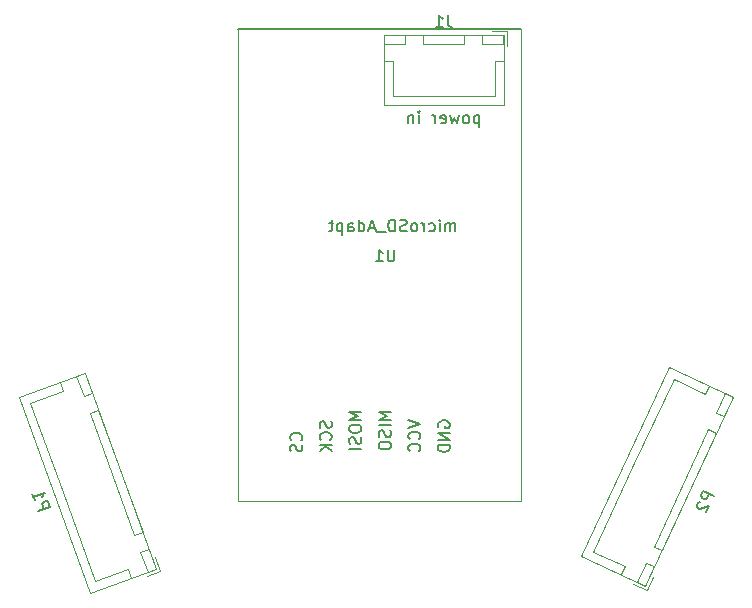
<source format=gbr>
G04 #@! TF.GenerationSoftware,KiCad,Pcbnew,(5.1.2)-2*
G04 #@! TF.CreationDate,2019-10-20T14:34:09-03:00*
G04 #@! TF.ProjectId,placa_sensores,706c6163-615f-4736-956e-736f7265732e,rev?*
G04 #@! TF.SameCoordinates,Original*
G04 #@! TF.FileFunction,Legend,Bot*
G04 #@! TF.FilePolarity,Positive*
%FSLAX46Y46*%
G04 Gerber Fmt 4.6, Leading zero omitted, Abs format (unit mm)*
G04 Created by KiCad (PCBNEW (5.1.2)-2) date 2019-10-20 14:34:09*
%MOMM*%
%LPD*%
G04 APERTURE LIST*
%ADD10C,0.120000*%
%ADD11C,0.150000*%
%ADD12C,2.102000*%
%ADD13C,3.102000*%
%ADD14C,1.802000*%
%ADD15C,1.802000*%
%ADD16C,0.100000*%
%ADD17O,2.052000X1.802000*%
%ADD18O,1.802000X2.052000*%
%ADD19O,1.702000X1.702000*%
%ADD20C,1.702000*%
G04 APERTURE END LIST*
D10*
X77000000Y-65050000D02*
X77000000Y-25050000D01*
X53000000Y-25050000D02*
X53000000Y-65050000D01*
X53000000Y-65050000D02*
X77000000Y-65050000D01*
D11*
X77000000Y-25050000D02*
X53000000Y-25050000D01*
D10*
X87637884Y-72595177D02*
X86505000Y-72066905D01*
X88166157Y-71462293D02*
X87637884Y-72595177D01*
X89901095Y-54727598D02*
X86499018Y-62023376D01*
X92574703Y-55974322D02*
X89901095Y-54727598D01*
X92891666Y-55294591D02*
X92574703Y-55974322D01*
X83096941Y-69319154D02*
X86499018Y-62023376D01*
X85770549Y-70565878D02*
X83096941Y-69319154D01*
X85453585Y-71245609D02*
X85770549Y-70565878D01*
X94930859Y-56245483D02*
X94170146Y-57876837D01*
X94251128Y-55928519D02*
X94930859Y-56245483D01*
X93490415Y-57559873D02*
X94251128Y-55928519D01*
X94170146Y-57876837D02*
X93490415Y-57559873D01*
X88253490Y-70565146D02*
X87492778Y-72196500D01*
X87573760Y-70248182D02*
X88253490Y-70565146D01*
X86813047Y-71879536D02*
X87573760Y-70248182D01*
X87492778Y-72196500D02*
X86813047Y-71879536D01*
X93536219Y-59236298D02*
X88887418Y-69205684D01*
X92856488Y-58919335D02*
X93536219Y-59236298D01*
X88207687Y-68888720D02*
X92856488Y-58919335D01*
X88887418Y-69205684D02*
X88207687Y-68888720D01*
X94944148Y-56240646D02*
X87497614Y-72209789D01*
X89533491Y-53717615D02*
X94944148Y-56240646D01*
X82086957Y-69686758D02*
X89533491Y-53717615D01*
X87497614Y-72209789D02*
X82086957Y-69686758D01*
X46458912Y-70937569D02*
X45284296Y-71365094D01*
X46031387Y-69762953D02*
X46458912Y-70937569D01*
X35424957Y-56702951D02*
X38178219Y-64267477D01*
X38197050Y-55693991D02*
X35424957Y-56702951D01*
X37940535Y-54989222D02*
X38197050Y-55693991D01*
X40931482Y-71832002D02*
X38178219Y-64267477D01*
X43703575Y-70823043D02*
X40931482Y-71832002D01*
X43960090Y-71527812D02*
X43703575Y-70823043D01*
X40054844Y-54219677D02*
X40670480Y-55911123D01*
X39350074Y-54476192D02*
X40054844Y-54219677D01*
X39965711Y-56167639D02*
X39350074Y-54476192D01*
X40670480Y-55911123D02*
X39965711Y-56167639D01*
X45458762Y-69066820D02*
X46074398Y-70758267D01*
X44753993Y-69323335D02*
X45458762Y-69066820D01*
X45369629Y-71014782D02*
X44753993Y-69323335D01*
X46074398Y-70758267D02*
X45369629Y-71014782D01*
X41183510Y-57320662D02*
X44945732Y-67657281D01*
X40478741Y-57577177D02*
X41183510Y-57320662D01*
X44240962Y-67913796D02*
X40478741Y-57577177D01*
X44945732Y-67657281D02*
X44240962Y-67913796D01*
X40060820Y-54206860D02*
X46087215Y-70764244D01*
X34450856Y-56248720D02*
X40060820Y-54206860D01*
X40477250Y-72806104D02*
X34450856Y-56248720D01*
X46087215Y-70764244D02*
X40477250Y-72806104D01*
X75800000Y-25250000D02*
X75800000Y-26500000D01*
X74550000Y-25250000D02*
X75800000Y-25250000D01*
X66150000Y-30750000D02*
X70450000Y-30750000D01*
X66150000Y-27800000D02*
X66150000Y-30750000D01*
X65400000Y-27800000D02*
X66150000Y-27800000D01*
X74750000Y-30750000D02*
X70450000Y-30750000D01*
X74750000Y-27800000D02*
X74750000Y-30750000D01*
X75500000Y-27800000D02*
X74750000Y-27800000D01*
X65400000Y-25550000D02*
X67200000Y-25550000D01*
X65400000Y-26300000D02*
X65400000Y-25550000D01*
X67200000Y-26300000D02*
X65400000Y-26300000D01*
X67200000Y-25550000D02*
X67200000Y-26300000D01*
X73700000Y-25550000D02*
X75500000Y-25550000D01*
X73700000Y-26300000D02*
X73700000Y-25550000D01*
X75500000Y-26300000D02*
X73700000Y-26300000D01*
X75500000Y-25550000D02*
X75500000Y-26300000D01*
X68700000Y-25550000D02*
X72200000Y-25550000D01*
X68700000Y-26300000D02*
X68700000Y-25550000D01*
X72200000Y-26300000D02*
X68700000Y-26300000D01*
X72200000Y-25550000D02*
X72200000Y-26300000D01*
X65390000Y-25540000D02*
X75510000Y-25540000D01*
X65390000Y-31510000D02*
X65390000Y-25540000D01*
X75510000Y-31510000D02*
X65390000Y-31510000D01*
X75510000Y-25540000D02*
X75510000Y-31510000D01*
D11*
X66261904Y-43752380D02*
X66261904Y-44561904D01*
X66214285Y-44657142D01*
X66166666Y-44704761D01*
X66071428Y-44752380D01*
X65880952Y-44752380D01*
X65785714Y-44704761D01*
X65738095Y-44657142D01*
X65690476Y-44561904D01*
X65690476Y-43752380D01*
X64690476Y-44752380D02*
X65261904Y-44752380D01*
X64976190Y-44752380D02*
X64976190Y-43752380D01*
X65071428Y-43895238D01*
X65166666Y-43990476D01*
X65261904Y-44038095D01*
X71435714Y-42202380D02*
X71435714Y-41535714D01*
X71435714Y-41630952D02*
X71388095Y-41583333D01*
X71292857Y-41535714D01*
X71150000Y-41535714D01*
X71054761Y-41583333D01*
X71007142Y-41678571D01*
X71007142Y-42202380D01*
X71007142Y-41678571D02*
X70959523Y-41583333D01*
X70864285Y-41535714D01*
X70721428Y-41535714D01*
X70626190Y-41583333D01*
X70578571Y-41678571D01*
X70578571Y-42202380D01*
X70102380Y-42202380D02*
X70102380Y-41535714D01*
X70102380Y-41202380D02*
X70150000Y-41250000D01*
X70102380Y-41297619D01*
X70054761Y-41250000D01*
X70102380Y-41202380D01*
X70102380Y-41297619D01*
X69197619Y-42154761D02*
X69292857Y-42202380D01*
X69483333Y-42202380D01*
X69578571Y-42154761D01*
X69626190Y-42107142D01*
X69673809Y-42011904D01*
X69673809Y-41726190D01*
X69626190Y-41630952D01*
X69578571Y-41583333D01*
X69483333Y-41535714D01*
X69292857Y-41535714D01*
X69197619Y-41583333D01*
X68769047Y-42202380D02*
X68769047Y-41535714D01*
X68769047Y-41726190D02*
X68721428Y-41630952D01*
X68673809Y-41583333D01*
X68578571Y-41535714D01*
X68483333Y-41535714D01*
X68007142Y-42202380D02*
X68102380Y-42154761D01*
X68150000Y-42107142D01*
X68197619Y-42011904D01*
X68197619Y-41726190D01*
X68150000Y-41630952D01*
X68102380Y-41583333D01*
X68007142Y-41535714D01*
X67864285Y-41535714D01*
X67769047Y-41583333D01*
X67721428Y-41630952D01*
X67673809Y-41726190D01*
X67673809Y-42011904D01*
X67721428Y-42107142D01*
X67769047Y-42154761D01*
X67864285Y-42202380D01*
X68007142Y-42202380D01*
X67292857Y-42154761D02*
X67150000Y-42202380D01*
X66911904Y-42202380D01*
X66816666Y-42154761D01*
X66769047Y-42107142D01*
X66721428Y-42011904D01*
X66721428Y-41916666D01*
X66769047Y-41821428D01*
X66816666Y-41773809D01*
X66911904Y-41726190D01*
X67102380Y-41678571D01*
X67197619Y-41630952D01*
X67245238Y-41583333D01*
X67292857Y-41488095D01*
X67292857Y-41392857D01*
X67245238Y-41297619D01*
X67197619Y-41250000D01*
X67102380Y-41202380D01*
X66864285Y-41202380D01*
X66721428Y-41250000D01*
X66292857Y-42202380D02*
X66292857Y-41202380D01*
X66054761Y-41202380D01*
X65911904Y-41250000D01*
X65816666Y-41345238D01*
X65769047Y-41440476D01*
X65721428Y-41630952D01*
X65721428Y-41773809D01*
X65769047Y-41964285D01*
X65816666Y-42059523D01*
X65911904Y-42154761D01*
X66054761Y-42202380D01*
X66292857Y-42202380D01*
X65530952Y-42297619D02*
X64769047Y-42297619D01*
X64578571Y-41916666D02*
X64102380Y-41916666D01*
X64673809Y-42202380D02*
X64340476Y-41202380D01*
X64007142Y-42202380D01*
X63245238Y-42202380D02*
X63245238Y-41202380D01*
X63245238Y-42154761D02*
X63340476Y-42202380D01*
X63530952Y-42202380D01*
X63626190Y-42154761D01*
X63673809Y-42107142D01*
X63721428Y-42011904D01*
X63721428Y-41726190D01*
X63673809Y-41630952D01*
X63626190Y-41583333D01*
X63530952Y-41535714D01*
X63340476Y-41535714D01*
X63245238Y-41583333D01*
X62340476Y-42202380D02*
X62340476Y-41678571D01*
X62388095Y-41583333D01*
X62483333Y-41535714D01*
X62673809Y-41535714D01*
X62769047Y-41583333D01*
X62340476Y-42154761D02*
X62435714Y-42202380D01*
X62673809Y-42202380D01*
X62769047Y-42154761D01*
X62816666Y-42059523D01*
X62816666Y-41964285D01*
X62769047Y-41869047D01*
X62673809Y-41821428D01*
X62435714Y-41821428D01*
X62340476Y-41773809D01*
X61864285Y-41535714D02*
X61864285Y-42535714D01*
X61864285Y-41583333D02*
X61769047Y-41535714D01*
X61578571Y-41535714D01*
X61483333Y-41583333D01*
X61435714Y-41630952D01*
X61388095Y-41726190D01*
X61388095Y-42011904D01*
X61435714Y-42107142D01*
X61483333Y-42154761D01*
X61578571Y-42202380D01*
X61769047Y-42202380D01*
X61864285Y-42154761D01*
X61102380Y-41535714D02*
X60721428Y-41535714D01*
X60959523Y-41202380D02*
X60959523Y-42059523D01*
X60911904Y-42154761D01*
X60816666Y-42202380D01*
X60721428Y-42202380D01*
X70000000Y-58788095D02*
X69952380Y-58692857D01*
X69952380Y-58550000D01*
X70000000Y-58407142D01*
X70095238Y-58311904D01*
X70190476Y-58264285D01*
X70380952Y-58216666D01*
X70523809Y-58216666D01*
X70714285Y-58264285D01*
X70809523Y-58311904D01*
X70904761Y-58407142D01*
X70952380Y-58550000D01*
X70952380Y-58645238D01*
X70904761Y-58788095D01*
X70857142Y-58835714D01*
X70523809Y-58835714D01*
X70523809Y-58645238D01*
X70952380Y-59264285D02*
X69952380Y-59264285D01*
X70952380Y-59835714D01*
X69952380Y-59835714D01*
X70952380Y-60311904D02*
X69952380Y-60311904D01*
X69952380Y-60550000D01*
X70000000Y-60692857D01*
X70095238Y-60788095D01*
X70190476Y-60835714D01*
X70380952Y-60883333D01*
X70523809Y-60883333D01*
X70714285Y-60835714D01*
X70809523Y-60788095D01*
X70904761Y-60692857D01*
X70952380Y-60550000D01*
X70952380Y-60311904D01*
X67452380Y-58216666D02*
X68452380Y-58550000D01*
X67452380Y-58883333D01*
X68357142Y-59788095D02*
X68404761Y-59740476D01*
X68452380Y-59597619D01*
X68452380Y-59502380D01*
X68404761Y-59359523D01*
X68309523Y-59264285D01*
X68214285Y-59216666D01*
X68023809Y-59169047D01*
X67880952Y-59169047D01*
X67690476Y-59216666D01*
X67595238Y-59264285D01*
X67500000Y-59359523D01*
X67452380Y-59502380D01*
X67452380Y-59597619D01*
X67500000Y-59740476D01*
X67547619Y-59788095D01*
X68357142Y-60788095D02*
X68404761Y-60740476D01*
X68452380Y-60597619D01*
X68452380Y-60502380D01*
X68404761Y-60359523D01*
X68309523Y-60264285D01*
X68214285Y-60216666D01*
X68023809Y-60169047D01*
X67880952Y-60169047D01*
X67690476Y-60216666D01*
X67595238Y-60264285D01*
X67500000Y-60359523D01*
X67452380Y-60502380D01*
X67452380Y-60597619D01*
X67500000Y-60740476D01*
X67547619Y-60788095D01*
X65952380Y-57478571D02*
X64952380Y-57478571D01*
X65666666Y-57811904D01*
X64952380Y-58145238D01*
X65952380Y-58145238D01*
X65952380Y-58621428D02*
X64952380Y-58621428D01*
X65904761Y-59050000D02*
X65952380Y-59192857D01*
X65952380Y-59430952D01*
X65904761Y-59526190D01*
X65857142Y-59573809D01*
X65761904Y-59621428D01*
X65666666Y-59621428D01*
X65571428Y-59573809D01*
X65523809Y-59526190D01*
X65476190Y-59430952D01*
X65428571Y-59240476D01*
X65380952Y-59145238D01*
X65333333Y-59097619D01*
X65238095Y-59050000D01*
X65142857Y-59050000D01*
X65047619Y-59097619D01*
X65000000Y-59145238D01*
X64952380Y-59240476D01*
X64952380Y-59478571D01*
X65000000Y-59621428D01*
X64952380Y-60240476D02*
X64952380Y-60430952D01*
X65000000Y-60526190D01*
X65095238Y-60621428D01*
X65285714Y-60669047D01*
X65619047Y-60669047D01*
X65809523Y-60621428D01*
X65904761Y-60526190D01*
X65952380Y-60430952D01*
X65952380Y-60240476D01*
X65904761Y-60145238D01*
X65809523Y-60050000D01*
X65619047Y-60002380D01*
X65285714Y-60002380D01*
X65095238Y-60050000D01*
X65000000Y-60145238D01*
X64952380Y-60240476D01*
X63452380Y-57478571D02*
X62452380Y-57478571D01*
X63166666Y-57811904D01*
X62452380Y-58145238D01*
X63452380Y-58145238D01*
X62452380Y-58811904D02*
X62452380Y-59002380D01*
X62500000Y-59097619D01*
X62595238Y-59192857D01*
X62785714Y-59240476D01*
X63119047Y-59240476D01*
X63309523Y-59192857D01*
X63404761Y-59097619D01*
X63452380Y-59002380D01*
X63452380Y-58811904D01*
X63404761Y-58716666D01*
X63309523Y-58621428D01*
X63119047Y-58573809D01*
X62785714Y-58573809D01*
X62595238Y-58621428D01*
X62500000Y-58716666D01*
X62452380Y-58811904D01*
X63404761Y-59621428D02*
X63452380Y-59764285D01*
X63452380Y-60002380D01*
X63404761Y-60097619D01*
X63357142Y-60145238D01*
X63261904Y-60192857D01*
X63166666Y-60192857D01*
X63071428Y-60145238D01*
X63023809Y-60097619D01*
X62976190Y-60002380D01*
X62928571Y-59811904D01*
X62880952Y-59716666D01*
X62833333Y-59669047D01*
X62738095Y-59621428D01*
X62642857Y-59621428D01*
X62547619Y-59669047D01*
X62500000Y-59716666D01*
X62452380Y-59811904D01*
X62452380Y-60050000D01*
X62500000Y-60192857D01*
X63452380Y-60621428D02*
X62452380Y-60621428D01*
X60904761Y-58264285D02*
X60952380Y-58407142D01*
X60952380Y-58645238D01*
X60904761Y-58740476D01*
X60857142Y-58788095D01*
X60761904Y-58835714D01*
X60666666Y-58835714D01*
X60571428Y-58788095D01*
X60523809Y-58740476D01*
X60476190Y-58645238D01*
X60428571Y-58454761D01*
X60380952Y-58359523D01*
X60333333Y-58311904D01*
X60238095Y-58264285D01*
X60142857Y-58264285D01*
X60047619Y-58311904D01*
X60000000Y-58359523D01*
X59952380Y-58454761D01*
X59952380Y-58692857D01*
X60000000Y-58835714D01*
X60857142Y-59835714D02*
X60904761Y-59788095D01*
X60952380Y-59645238D01*
X60952380Y-59550000D01*
X60904761Y-59407142D01*
X60809523Y-59311904D01*
X60714285Y-59264285D01*
X60523809Y-59216666D01*
X60380952Y-59216666D01*
X60190476Y-59264285D01*
X60095238Y-59311904D01*
X60000000Y-59407142D01*
X59952380Y-59550000D01*
X59952380Y-59645238D01*
X60000000Y-59788095D01*
X60047619Y-59835714D01*
X60952380Y-60264285D02*
X59952380Y-60264285D01*
X60952380Y-60835714D02*
X60380952Y-60407142D01*
X59952380Y-60835714D02*
X60523809Y-60264285D01*
X58357142Y-59883333D02*
X58404761Y-59835714D01*
X58452380Y-59692857D01*
X58452380Y-59597619D01*
X58404761Y-59454761D01*
X58309523Y-59359523D01*
X58214285Y-59311904D01*
X58023809Y-59264285D01*
X57880952Y-59264285D01*
X57690476Y-59311904D01*
X57595238Y-59359523D01*
X57500000Y-59454761D01*
X57452380Y-59597619D01*
X57452380Y-59692857D01*
X57500000Y-59835714D01*
X57547619Y-59883333D01*
X58404761Y-60264285D02*
X58452380Y-60407142D01*
X58452380Y-60645238D01*
X58404761Y-60740476D01*
X58357142Y-60788095D01*
X58261904Y-60835714D01*
X58166666Y-60835714D01*
X58071428Y-60788095D01*
X58023809Y-60740476D01*
X57976190Y-60645238D01*
X57928571Y-60454761D01*
X57880952Y-60359523D01*
X57833333Y-60311904D01*
X57738095Y-60264285D01*
X57642857Y-60264285D01*
X57547619Y-60311904D01*
X57500000Y-60359523D01*
X57452380Y-60454761D01*
X57452380Y-60692857D01*
X57500000Y-60835714D01*
X93321928Y-64622242D02*
X92415621Y-64199624D01*
X92254623Y-64544884D01*
X92257531Y-64651324D01*
X92280564Y-64714606D01*
X92346755Y-64798013D01*
X92476227Y-64858387D01*
X92582667Y-64855479D01*
X92645949Y-64832446D01*
X92729356Y-64766256D01*
X92890353Y-64420996D01*
X92099442Y-65103024D02*
X92036160Y-65126057D01*
X91952753Y-65192247D01*
X91852130Y-65408035D01*
X91855038Y-65514474D01*
X91878071Y-65577757D01*
X91944261Y-65661163D01*
X92030576Y-65701413D01*
X92180173Y-65718629D01*
X92939560Y-65442235D01*
X92677939Y-66003283D01*
X36127344Y-65848306D02*
X37067037Y-65506285D01*
X36936743Y-65148307D01*
X36859423Y-65075099D01*
X36798389Y-65046639D01*
X36692607Y-65034465D01*
X36558366Y-65083325D01*
X36485158Y-65160646D01*
X36456697Y-65221679D01*
X36444523Y-65327461D01*
X36574817Y-65685439D01*
X35606170Y-64416393D02*
X35801610Y-64953360D01*
X35703890Y-64684877D02*
X36643583Y-64342856D01*
X36541915Y-64481211D01*
X36484993Y-64603279D01*
X36472819Y-64709060D01*
X70783333Y-23902380D02*
X70783333Y-24616666D01*
X70830952Y-24759523D01*
X70926190Y-24854761D01*
X71069047Y-24902380D01*
X71164285Y-24902380D01*
X69783333Y-24902380D02*
X70354761Y-24902380D01*
X70069047Y-24902380D02*
X70069047Y-23902380D01*
X70164285Y-24045238D01*
X70259523Y-24140476D01*
X70354761Y-24188095D01*
X73450000Y-32385714D02*
X73450000Y-33385714D01*
X73450000Y-32433333D02*
X73354761Y-32385714D01*
X73164285Y-32385714D01*
X73069047Y-32433333D01*
X73021428Y-32480952D01*
X72973809Y-32576190D01*
X72973809Y-32861904D01*
X73021428Y-32957142D01*
X73069047Y-33004761D01*
X73164285Y-33052380D01*
X73354761Y-33052380D01*
X73450000Y-33004761D01*
X72402380Y-33052380D02*
X72497619Y-33004761D01*
X72545238Y-32957142D01*
X72592857Y-32861904D01*
X72592857Y-32576190D01*
X72545238Y-32480952D01*
X72497619Y-32433333D01*
X72402380Y-32385714D01*
X72259523Y-32385714D01*
X72164285Y-32433333D01*
X72116666Y-32480952D01*
X72069047Y-32576190D01*
X72069047Y-32861904D01*
X72116666Y-32957142D01*
X72164285Y-33004761D01*
X72259523Y-33052380D01*
X72402380Y-33052380D01*
X71735714Y-32385714D02*
X71545238Y-33052380D01*
X71354761Y-32576190D01*
X71164285Y-33052380D01*
X70973809Y-32385714D01*
X70211904Y-33004761D02*
X70307142Y-33052380D01*
X70497619Y-33052380D01*
X70592857Y-33004761D01*
X70640476Y-32909523D01*
X70640476Y-32528571D01*
X70592857Y-32433333D01*
X70497619Y-32385714D01*
X70307142Y-32385714D01*
X70211904Y-32433333D01*
X70164285Y-32528571D01*
X70164285Y-32623809D01*
X70640476Y-32719047D01*
X69735714Y-33052380D02*
X69735714Y-32385714D01*
X69735714Y-32576190D02*
X69688095Y-32480952D01*
X69640476Y-32433333D01*
X69545238Y-32385714D01*
X69450000Y-32385714D01*
X68354761Y-33052380D02*
X68354761Y-32385714D01*
X68354761Y-32052380D02*
X68402380Y-32100000D01*
X68354761Y-32147619D01*
X68307142Y-32100000D01*
X68354761Y-32052380D01*
X68354761Y-32147619D01*
X67878571Y-32385714D02*
X67878571Y-33052380D01*
X67878571Y-32480952D02*
X67830952Y-32433333D01*
X67735714Y-32385714D01*
X67592857Y-32385714D01*
X67497619Y-32433333D01*
X67450000Y-32528571D01*
X67450000Y-33052380D01*
%LPC*%
D12*
X70500000Y-62550000D03*
X68000000Y-62550000D03*
X65500000Y-62550000D03*
X63000000Y-62550000D03*
X60500000Y-62550000D03*
X58000000Y-62550000D03*
X80750000Y-59950000D03*
X80750000Y-57450000D03*
X80750000Y-54950000D03*
X80750000Y-52450000D03*
X80750000Y-49950000D03*
X80750000Y-47450000D03*
X80750000Y-44950000D03*
X80750000Y-42450000D03*
X59850000Y-56800000D03*
X59850000Y-54300000D03*
X59850000Y-51800000D03*
X59850000Y-49300000D03*
X59850000Y-46800000D03*
X59850000Y-44300000D03*
X48450000Y-47050000D03*
X48450000Y-49550000D03*
X48450000Y-52050000D03*
X48450000Y-54550000D03*
D13*
X44500000Y-34800000D03*
X85300000Y-34600000D03*
X85250000Y-75400000D03*
X44550000Y-75350000D03*
D14*
X91632728Y-57521153D03*
D15*
X91519440Y-57468326D02*
X91746016Y-57573980D01*
D14*
X90576183Y-59786922D03*
D15*
X90462895Y-59734095D02*
X90689471Y-59839749D01*
D14*
X89519637Y-62052692D03*
D15*
X89406349Y-61999865D02*
X89632925Y-62105519D01*
D14*
X88463091Y-64318461D03*
D15*
X88349803Y-64265634D02*
X88576379Y-64371288D01*
D14*
X87406546Y-66584231D03*
D15*
X87293258Y-66531404D02*
X87519834Y-66637058D01*
D16*
G36*
X85966538Y-67689636D02*
G01*
X85992072Y-67694570D01*
X86016999Y-67701984D01*
X86041079Y-67711804D01*
X87420479Y-68355029D01*
X87443481Y-68367163D01*
X87465182Y-68381493D01*
X87485375Y-68397881D01*
X87503864Y-68416170D01*
X87520471Y-68436182D01*
X87535037Y-68457726D01*
X87547421Y-68480594D01*
X87557504Y-68504566D01*
X87565188Y-68529410D01*
X87570401Y-68554888D01*
X87573091Y-68580755D01*
X87573233Y-68606760D01*
X87570825Y-68632654D01*
X87565891Y-68658188D01*
X87558477Y-68683115D01*
X87548657Y-68707195D01*
X87011087Y-69860018D01*
X86998953Y-69883019D01*
X86984623Y-69904721D01*
X86968235Y-69924914D01*
X86949946Y-69943402D01*
X86929934Y-69960010D01*
X86908390Y-69974576D01*
X86885522Y-69986960D01*
X86861550Y-69997043D01*
X86836706Y-70004727D01*
X86811228Y-70009940D01*
X86785361Y-70012630D01*
X86759356Y-70012772D01*
X86733462Y-70010364D01*
X86707928Y-70005430D01*
X86683001Y-69998016D01*
X86658921Y-69988196D01*
X85279521Y-69344971D01*
X85256519Y-69332837D01*
X85234818Y-69318507D01*
X85214625Y-69302119D01*
X85196136Y-69283830D01*
X85179529Y-69263818D01*
X85164963Y-69242274D01*
X85152579Y-69219406D01*
X85142496Y-69195434D01*
X85134812Y-69170590D01*
X85129599Y-69145112D01*
X85126909Y-69119245D01*
X85126767Y-69093240D01*
X85129175Y-69067346D01*
X85134109Y-69041812D01*
X85141523Y-69016885D01*
X85151343Y-68992805D01*
X85688913Y-67839982D01*
X85701047Y-67816981D01*
X85715377Y-67795279D01*
X85731765Y-67775086D01*
X85750054Y-67756598D01*
X85770066Y-67739990D01*
X85791610Y-67725424D01*
X85814478Y-67713040D01*
X85838450Y-67702957D01*
X85863294Y-67695273D01*
X85888772Y-67690060D01*
X85914639Y-67687370D01*
X85940644Y-67687228D01*
X85966538Y-67689636D01*
X85966538Y-67689636D01*
G37*
D14*
X86350000Y-68850000D03*
X38624748Y-57453842D03*
D15*
X38507286Y-57496595D02*
X38742210Y-57411089D01*
D14*
X39479799Y-59803074D03*
D15*
X39362337Y-59845827D02*
X39597261Y-59760321D01*
D14*
X40334849Y-62152305D03*
D15*
X40217387Y-62195058D02*
X40452311Y-62109552D01*
D14*
X41189899Y-64501537D03*
D15*
X41072437Y-64544290D02*
X41307361Y-64458784D01*
D14*
X42044950Y-66850768D03*
D15*
X41927488Y-66893521D02*
X42162412Y-66808015D01*
D16*
G36*
X43435034Y-68079738D02*
G01*
X43460568Y-68084672D01*
X43485495Y-68092086D01*
X43509575Y-68101906D01*
X43532576Y-68114040D01*
X43554278Y-68128370D01*
X43574470Y-68144758D01*
X43592959Y-68163047D01*
X43609567Y-68183059D01*
X43624133Y-68204603D01*
X43636517Y-68227471D01*
X43646600Y-68251443D01*
X44081650Y-69446732D01*
X44089334Y-69471576D01*
X44094547Y-69497054D01*
X44097237Y-69522921D01*
X44097379Y-69548926D01*
X44094971Y-69574820D01*
X44090037Y-69600354D01*
X44082623Y-69625281D01*
X44072803Y-69649361D01*
X44060669Y-69672362D01*
X44046339Y-69694064D01*
X44029951Y-69714256D01*
X44011662Y-69732745D01*
X43991650Y-69749353D01*
X43970106Y-69763919D01*
X43947238Y-69776303D01*
X43923266Y-69786386D01*
X42493054Y-70306941D01*
X42468210Y-70314625D01*
X42442732Y-70319838D01*
X42416865Y-70322528D01*
X42390860Y-70322670D01*
X42364966Y-70320262D01*
X42339432Y-70315328D01*
X42314505Y-70307914D01*
X42290425Y-70298094D01*
X42267424Y-70285960D01*
X42245722Y-70271630D01*
X42225530Y-70255242D01*
X42207041Y-70236953D01*
X42190433Y-70216941D01*
X42175867Y-70195397D01*
X42163483Y-70172529D01*
X42153400Y-70148557D01*
X41718350Y-68953268D01*
X41710666Y-68928424D01*
X41705453Y-68902946D01*
X41702763Y-68877079D01*
X41702621Y-68851074D01*
X41705029Y-68825180D01*
X41709963Y-68799646D01*
X41717377Y-68774719D01*
X41727197Y-68750639D01*
X41739331Y-68727638D01*
X41753661Y-68705936D01*
X41770049Y-68685744D01*
X41788338Y-68667255D01*
X41808350Y-68650647D01*
X41829894Y-68636081D01*
X41852762Y-68623697D01*
X41876734Y-68613614D01*
X43306946Y-68093059D01*
X43331790Y-68085375D01*
X43357268Y-68080162D01*
X43383135Y-68077472D01*
X43409140Y-68077330D01*
X43435034Y-68079738D01*
X43435034Y-68079738D01*
G37*
D14*
X42900000Y-69200000D03*
D17*
X89200000Y-49550000D03*
X89200000Y-47050000D03*
X89200000Y-44550000D03*
D16*
G36*
X89986975Y-41150276D02*
G01*
X90012699Y-41154092D01*
X90037925Y-41160411D01*
X90062411Y-41169172D01*
X90085920Y-41180291D01*
X90108226Y-41193661D01*
X90129114Y-41209152D01*
X90148383Y-41226617D01*
X90165848Y-41245886D01*
X90181339Y-41266774D01*
X90194709Y-41289080D01*
X90205828Y-41312589D01*
X90214589Y-41337075D01*
X90220908Y-41362301D01*
X90224724Y-41388025D01*
X90226000Y-41414000D01*
X90226000Y-42686000D01*
X90224724Y-42711975D01*
X90220908Y-42737699D01*
X90214589Y-42762925D01*
X90205828Y-42787411D01*
X90194709Y-42810920D01*
X90181339Y-42833226D01*
X90165848Y-42854114D01*
X90148383Y-42873383D01*
X90129114Y-42890848D01*
X90108226Y-42906339D01*
X90085920Y-42919709D01*
X90062411Y-42930828D01*
X90037925Y-42939589D01*
X90012699Y-42945908D01*
X89986975Y-42949724D01*
X89961000Y-42951000D01*
X88439000Y-42951000D01*
X88413025Y-42949724D01*
X88387301Y-42945908D01*
X88362075Y-42939589D01*
X88337589Y-42930828D01*
X88314080Y-42919709D01*
X88291774Y-42906339D01*
X88270886Y-42890848D01*
X88251617Y-42873383D01*
X88234152Y-42854114D01*
X88218661Y-42833226D01*
X88205291Y-42810920D01*
X88194172Y-42787411D01*
X88185411Y-42762925D01*
X88179092Y-42737699D01*
X88175276Y-42711975D01*
X88174000Y-42686000D01*
X88174000Y-41414000D01*
X88175276Y-41388025D01*
X88179092Y-41362301D01*
X88185411Y-41337075D01*
X88194172Y-41312589D01*
X88205291Y-41289080D01*
X88218661Y-41266774D01*
X88234152Y-41245886D01*
X88251617Y-41226617D01*
X88270886Y-41209152D01*
X88291774Y-41193661D01*
X88314080Y-41180291D01*
X88337589Y-41169172D01*
X88362075Y-41160411D01*
X88387301Y-41154092D01*
X88413025Y-41150276D01*
X88439000Y-41149000D01*
X89961000Y-41149000D01*
X89986975Y-41150276D01*
X89986975Y-41150276D01*
G37*
D14*
X89200000Y-42050000D03*
D18*
X61800000Y-28000000D03*
X59300000Y-28000000D03*
D16*
G36*
X57461975Y-26975276D02*
G01*
X57487699Y-26979092D01*
X57512925Y-26985411D01*
X57537411Y-26994172D01*
X57560920Y-27005291D01*
X57583226Y-27018661D01*
X57604114Y-27034152D01*
X57623383Y-27051617D01*
X57640848Y-27070886D01*
X57656339Y-27091774D01*
X57669709Y-27114080D01*
X57680828Y-27137589D01*
X57689589Y-27162075D01*
X57695908Y-27187301D01*
X57699724Y-27213025D01*
X57701000Y-27239000D01*
X57701000Y-28761000D01*
X57699724Y-28786975D01*
X57695908Y-28812699D01*
X57689589Y-28837925D01*
X57680828Y-28862411D01*
X57669709Y-28885920D01*
X57656339Y-28908226D01*
X57640848Y-28929114D01*
X57623383Y-28948383D01*
X57604114Y-28965848D01*
X57583226Y-28981339D01*
X57560920Y-28994709D01*
X57537411Y-29005828D01*
X57512925Y-29014589D01*
X57487699Y-29020908D01*
X57461975Y-29024724D01*
X57436000Y-29026000D01*
X56164000Y-29026000D01*
X56138025Y-29024724D01*
X56112301Y-29020908D01*
X56087075Y-29014589D01*
X56062589Y-29005828D01*
X56039080Y-28994709D01*
X56016774Y-28981339D01*
X55995886Y-28965848D01*
X55976617Y-28948383D01*
X55959152Y-28929114D01*
X55943661Y-28908226D01*
X55930291Y-28885920D01*
X55919172Y-28862411D01*
X55910411Y-28837925D01*
X55904092Y-28812699D01*
X55900276Y-28786975D01*
X55899000Y-28761000D01*
X55899000Y-27239000D01*
X55900276Y-27213025D01*
X55904092Y-27187301D01*
X55910411Y-27162075D01*
X55919172Y-27137589D01*
X55930291Y-27114080D01*
X55943661Y-27091774D01*
X55959152Y-27070886D01*
X55976617Y-27051617D01*
X55995886Y-27034152D01*
X56016774Y-27018661D01*
X56039080Y-27005291D01*
X56062589Y-26994172D01*
X56087075Y-26985411D01*
X56112301Y-26979092D01*
X56138025Y-26975276D01*
X56164000Y-26974000D01*
X57436000Y-26974000D01*
X57461975Y-26975276D01*
X57461975Y-26975276D01*
G37*
D14*
X56800000Y-28000000D03*
D18*
X67950000Y-28000000D03*
X70450000Y-28000000D03*
D16*
G36*
X73611975Y-26975276D02*
G01*
X73637699Y-26979092D01*
X73662925Y-26985411D01*
X73687411Y-26994172D01*
X73710920Y-27005291D01*
X73733226Y-27018661D01*
X73754114Y-27034152D01*
X73773383Y-27051617D01*
X73790848Y-27070886D01*
X73806339Y-27091774D01*
X73819709Y-27114080D01*
X73830828Y-27137589D01*
X73839589Y-27162075D01*
X73845908Y-27187301D01*
X73849724Y-27213025D01*
X73851000Y-27239000D01*
X73851000Y-28761000D01*
X73849724Y-28786975D01*
X73845908Y-28812699D01*
X73839589Y-28837925D01*
X73830828Y-28862411D01*
X73819709Y-28885920D01*
X73806339Y-28908226D01*
X73790848Y-28929114D01*
X73773383Y-28948383D01*
X73754114Y-28965848D01*
X73733226Y-28981339D01*
X73710920Y-28994709D01*
X73687411Y-29005828D01*
X73662925Y-29014589D01*
X73637699Y-29020908D01*
X73611975Y-29024724D01*
X73586000Y-29026000D01*
X72314000Y-29026000D01*
X72288025Y-29024724D01*
X72262301Y-29020908D01*
X72237075Y-29014589D01*
X72212589Y-29005828D01*
X72189080Y-28994709D01*
X72166774Y-28981339D01*
X72145886Y-28965848D01*
X72126617Y-28948383D01*
X72109152Y-28929114D01*
X72093661Y-28908226D01*
X72080291Y-28885920D01*
X72069172Y-28862411D01*
X72060411Y-28837925D01*
X72054092Y-28812699D01*
X72050276Y-28786975D01*
X72049000Y-28761000D01*
X72049000Y-27239000D01*
X72050276Y-27213025D01*
X72054092Y-27187301D01*
X72060411Y-27162075D01*
X72069172Y-27137589D01*
X72080291Y-27114080D01*
X72093661Y-27091774D01*
X72109152Y-27070886D01*
X72126617Y-27051617D01*
X72145886Y-27034152D01*
X72166774Y-27018661D01*
X72189080Y-27005291D01*
X72212589Y-26994172D01*
X72237075Y-26985411D01*
X72262301Y-26979092D01*
X72288025Y-26975276D01*
X72314000Y-26974000D01*
X73586000Y-26974000D01*
X73611975Y-26975276D01*
X73611975Y-26975276D01*
G37*
D14*
X72950000Y-28000000D03*
D19*
X74520000Y-39050000D03*
D20*
X66900000Y-39050000D03*
X63350000Y-39050000D03*
D19*
X55730000Y-39050000D03*
D20*
X40200000Y-43000000D03*
D19*
X40200000Y-50620000D03*
M02*

</source>
